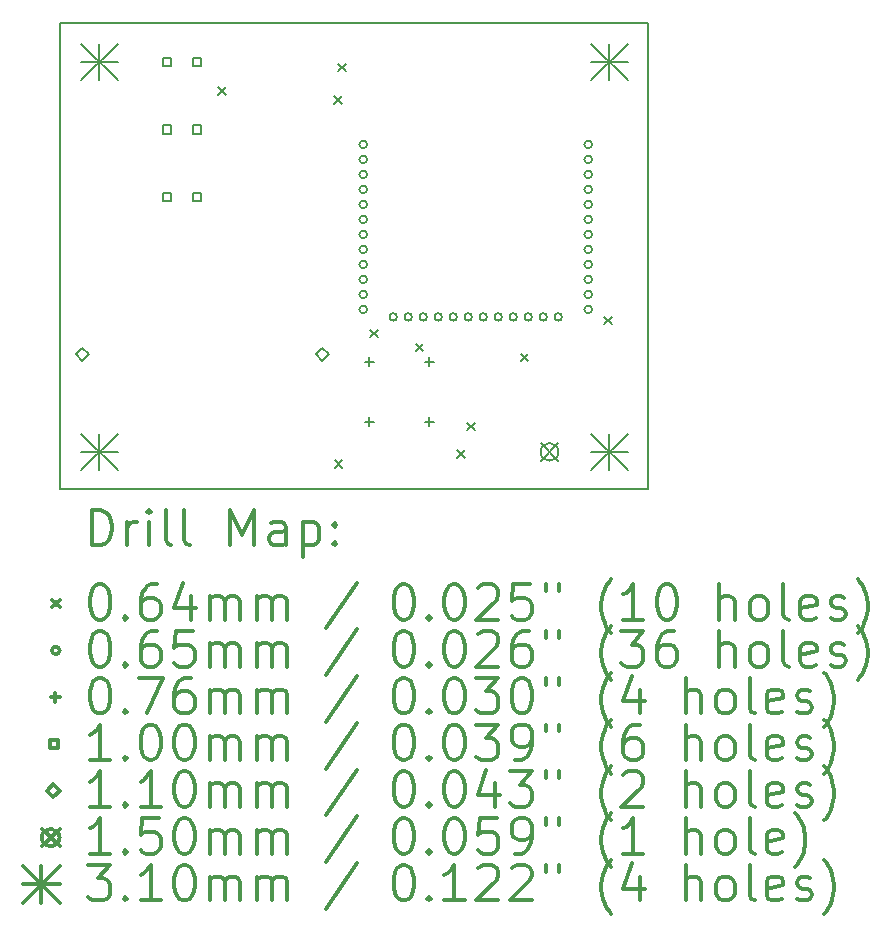
<source format=gbr>
%FSLAX45Y45*%
G04 Gerber Fmt 4.5, Leading zero omitted, Abs format (unit mm)*
G04 Created by KiCad (PCBNEW 4.0.3+e1-6302~38~ubuntu16.04.1-stable) date Tue Aug 30 13:58:22 2016*
%MOMM*%
%LPD*%
G01*
G04 APERTURE LIST*
%ADD10C,0.127000*%
%ADD11C,0.150000*%
%ADD12C,0.200000*%
%ADD13C,0.300000*%
G04 APERTURE END LIST*
D10*
D11*
X18110200Y-13271500D02*
X13131800Y-13271500D01*
X18110200Y-9321800D02*
X18110200Y-13271500D01*
X13131800Y-9321800D02*
X18110200Y-9321800D01*
X13131800Y-13271500D02*
X13131800Y-9321800D01*
D12*
X14465710Y-9865060D02*
X14529210Y-9928560D01*
X14529210Y-9865060D02*
X14465710Y-9928560D01*
X15447540Y-9943750D02*
X15511040Y-10007250D01*
X15511040Y-9943750D02*
X15447540Y-10007250D01*
X15452020Y-13023710D02*
X15515520Y-13087210D01*
X15515520Y-13023710D02*
X15452020Y-13087210D01*
X15482270Y-9667430D02*
X15545770Y-9730930D01*
X15545770Y-9667430D02*
X15482270Y-9730930D01*
X15755630Y-11920580D02*
X15819130Y-11984080D01*
X15819130Y-11920580D02*
X15755630Y-11984080D01*
X16139810Y-12037230D02*
X16203310Y-12100730D01*
X16203310Y-12037230D02*
X16139810Y-12100730D01*
X16490290Y-12937650D02*
X16553790Y-13001150D01*
X16553790Y-12937650D02*
X16490290Y-13001150D01*
X16576960Y-12708690D02*
X16640460Y-12772190D01*
X16640460Y-12708690D02*
X16576960Y-12772190D01*
X17030230Y-12124640D02*
X17093730Y-12188140D01*
X17093730Y-12124640D02*
X17030230Y-12188140D01*
X17735370Y-11811370D02*
X17798870Y-11874870D01*
X17798870Y-11811370D02*
X17735370Y-11874870D01*
X15727500Y-10350000D02*
G75*
G03X15727500Y-10350000I-32500J0D01*
G01*
X15727500Y-10477000D02*
G75*
G03X15727500Y-10477000I-32500J0D01*
G01*
X15727500Y-10604000D02*
G75*
G03X15727500Y-10604000I-32500J0D01*
G01*
X15727500Y-10731000D02*
G75*
G03X15727500Y-10731000I-32500J0D01*
G01*
X15727500Y-10858000D02*
G75*
G03X15727500Y-10858000I-32500J0D01*
G01*
X15727500Y-10985000D02*
G75*
G03X15727500Y-10985000I-32500J0D01*
G01*
X15727500Y-11112000D02*
G75*
G03X15727500Y-11112000I-32500J0D01*
G01*
X15727500Y-11239000D02*
G75*
G03X15727500Y-11239000I-32500J0D01*
G01*
X15727500Y-11366000D02*
G75*
G03X15727500Y-11366000I-32500J0D01*
G01*
X15727500Y-11493000D02*
G75*
G03X15727500Y-11493000I-32500J0D01*
G01*
X15727500Y-11620000D02*
G75*
G03X15727500Y-11620000I-32500J0D01*
G01*
X15727500Y-11747000D02*
G75*
G03X15727500Y-11747000I-32500J0D01*
G01*
X15981500Y-11810500D02*
G75*
G03X15981500Y-11810500I-32500J0D01*
G01*
X16108500Y-11810500D02*
G75*
G03X16108500Y-11810500I-32500J0D01*
G01*
X16235500Y-11810500D02*
G75*
G03X16235500Y-11810500I-32500J0D01*
G01*
X16362500Y-11810500D02*
G75*
G03X16362500Y-11810500I-32500J0D01*
G01*
X16489500Y-11810500D02*
G75*
G03X16489500Y-11810500I-32500J0D01*
G01*
X16616500Y-11810500D02*
G75*
G03X16616500Y-11810500I-32500J0D01*
G01*
X16743500Y-11810500D02*
G75*
G03X16743500Y-11810500I-32500J0D01*
G01*
X16870500Y-11810500D02*
G75*
G03X16870500Y-11810500I-32500J0D01*
G01*
X16997500Y-11810500D02*
G75*
G03X16997500Y-11810500I-32500J0D01*
G01*
X17124500Y-11810500D02*
G75*
G03X17124500Y-11810500I-32500J0D01*
G01*
X17251500Y-11810500D02*
G75*
G03X17251500Y-11810500I-32500J0D01*
G01*
X17378500Y-11810500D02*
G75*
G03X17378500Y-11810500I-32500J0D01*
G01*
X17632500Y-10350000D02*
G75*
G03X17632500Y-10350000I-32500J0D01*
G01*
X17632500Y-10477000D02*
G75*
G03X17632500Y-10477000I-32500J0D01*
G01*
X17632500Y-10604000D02*
G75*
G03X17632500Y-10604000I-32500J0D01*
G01*
X17632500Y-10731000D02*
G75*
G03X17632500Y-10731000I-32500J0D01*
G01*
X17632500Y-10858000D02*
G75*
G03X17632500Y-10858000I-32500J0D01*
G01*
X17632500Y-10985000D02*
G75*
G03X17632500Y-10985000I-32500J0D01*
G01*
X17632500Y-11112000D02*
G75*
G03X17632500Y-11112000I-32500J0D01*
G01*
X17632500Y-11239000D02*
G75*
G03X17632500Y-11239000I-32500J0D01*
G01*
X17632500Y-11366000D02*
G75*
G03X17632500Y-11366000I-32500J0D01*
G01*
X17632500Y-11493000D02*
G75*
G03X17632500Y-11493000I-32500J0D01*
G01*
X17632500Y-11620000D02*
G75*
G03X17632500Y-11620000I-32500J0D01*
G01*
X17632500Y-11747000D02*
G75*
G03X17632500Y-11747000I-32500J0D01*
G01*
X15748000Y-12153900D02*
X15748000Y-12230100D01*
X15709900Y-12192000D02*
X15786100Y-12192000D01*
X15748000Y-12661900D02*
X15748000Y-12738100D01*
X15709900Y-12700000D02*
X15786100Y-12700000D01*
X16256000Y-12153900D02*
X16256000Y-12230100D01*
X16217900Y-12192000D02*
X16294100Y-12192000D01*
X16256000Y-12661900D02*
X16256000Y-12738100D01*
X16217900Y-12700000D02*
X16294100Y-12700000D01*
X14068882Y-9687383D02*
X14068882Y-9616618D01*
X13998117Y-9616618D01*
X13998117Y-9687383D01*
X14068882Y-9687383D01*
X14068882Y-10258883D02*
X14068882Y-10188118D01*
X13998117Y-10188118D01*
X13998117Y-10258883D01*
X14068882Y-10258883D01*
X14068882Y-10830383D02*
X14068882Y-10759618D01*
X13998117Y-10759618D01*
X13998117Y-10830383D01*
X14068882Y-10830383D01*
X14322882Y-9687383D02*
X14322882Y-9616618D01*
X14252117Y-9616618D01*
X14252117Y-9687383D01*
X14322882Y-9687383D01*
X14322882Y-10258883D02*
X14322882Y-10188118D01*
X14252117Y-10188118D01*
X14252117Y-10258883D01*
X14322882Y-10258883D01*
X14322882Y-10830383D02*
X14322882Y-10759618D01*
X14252117Y-10759618D01*
X14252117Y-10830383D01*
X14322882Y-10830383D01*
X13318000Y-12180000D02*
X13373000Y-12125000D01*
X13318000Y-12070000D01*
X13263000Y-12125000D01*
X13318000Y-12180000D01*
X15350000Y-12180000D02*
X15405000Y-12125000D01*
X15350000Y-12070000D01*
X15295000Y-12125000D01*
X15350000Y-12180000D01*
X17197000Y-12879000D02*
X17347000Y-13029000D01*
X17347000Y-12879000D02*
X17197000Y-13029000D01*
X17347000Y-12954000D02*
G75*
G03X17347000Y-12954000I-75000J0D01*
G01*
X13307000Y-9497000D02*
X13617000Y-9807000D01*
X13617000Y-9497000D02*
X13307000Y-9807000D01*
X13462000Y-9497000D02*
X13462000Y-9807000D01*
X13307000Y-9652000D02*
X13617000Y-9652000D01*
X13307000Y-12799000D02*
X13617000Y-13109000D01*
X13617000Y-12799000D02*
X13307000Y-13109000D01*
X13462000Y-12799000D02*
X13462000Y-13109000D01*
X13307000Y-12954000D02*
X13617000Y-12954000D01*
X17625000Y-9497000D02*
X17935000Y-9807000D01*
X17935000Y-9497000D02*
X17625000Y-9807000D01*
X17780000Y-9497000D02*
X17780000Y-9807000D01*
X17625000Y-9652000D02*
X17935000Y-9652000D01*
X17625000Y-12799000D02*
X17935000Y-13109000D01*
X17935000Y-12799000D02*
X17625000Y-13109000D01*
X17780000Y-12799000D02*
X17780000Y-13109000D01*
X17625000Y-12954000D02*
X17935000Y-12954000D01*
D13*
X13395728Y-13744714D02*
X13395728Y-13444714D01*
X13467157Y-13444714D01*
X13510014Y-13459000D01*
X13538586Y-13487571D01*
X13552871Y-13516143D01*
X13567157Y-13573286D01*
X13567157Y-13616143D01*
X13552871Y-13673286D01*
X13538586Y-13701857D01*
X13510014Y-13730429D01*
X13467157Y-13744714D01*
X13395728Y-13744714D01*
X13695728Y-13744714D02*
X13695728Y-13544714D01*
X13695728Y-13601857D02*
X13710014Y-13573286D01*
X13724300Y-13559000D01*
X13752871Y-13544714D01*
X13781443Y-13544714D01*
X13881443Y-13744714D02*
X13881443Y-13544714D01*
X13881443Y-13444714D02*
X13867157Y-13459000D01*
X13881443Y-13473286D01*
X13895728Y-13459000D01*
X13881443Y-13444714D01*
X13881443Y-13473286D01*
X14067157Y-13744714D02*
X14038586Y-13730429D01*
X14024300Y-13701857D01*
X14024300Y-13444714D01*
X14224300Y-13744714D02*
X14195728Y-13730429D01*
X14181443Y-13701857D01*
X14181443Y-13444714D01*
X14567157Y-13744714D02*
X14567157Y-13444714D01*
X14667157Y-13659000D01*
X14767157Y-13444714D01*
X14767157Y-13744714D01*
X15038586Y-13744714D02*
X15038586Y-13587571D01*
X15024300Y-13559000D01*
X14995728Y-13544714D01*
X14938586Y-13544714D01*
X14910014Y-13559000D01*
X15038586Y-13730429D02*
X15010014Y-13744714D01*
X14938586Y-13744714D01*
X14910014Y-13730429D01*
X14895728Y-13701857D01*
X14895728Y-13673286D01*
X14910014Y-13644714D01*
X14938586Y-13630429D01*
X15010014Y-13630429D01*
X15038586Y-13616143D01*
X15181443Y-13544714D02*
X15181443Y-13844714D01*
X15181443Y-13559000D02*
X15210014Y-13544714D01*
X15267157Y-13544714D01*
X15295728Y-13559000D01*
X15310014Y-13573286D01*
X15324300Y-13601857D01*
X15324300Y-13687571D01*
X15310014Y-13716143D01*
X15295728Y-13730429D01*
X15267157Y-13744714D01*
X15210014Y-13744714D01*
X15181443Y-13730429D01*
X15452871Y-13716143D02*
X15467157Y-13730429D01*
X15452871Y-13744714D01*
X15438586Y-13730429D01*
X15452871Y-13716143D01*
X15452871Y-13744714D01*
X15452871Y-13559000D02*
X15467157Y-13573286D01*
X15452871Y-13587571D01*
X15438586Y-13573286D01*
X15452871Y-13559000D01*
X15452871Y-13587571D01*
X13060800Y-14207250D02*
X13124300Y-14270750D01*
X13124300Y-14207250D02*
X13060800Y-14270750D01*
X13452871Y-14074714D02*
X13481443Y-14074714D01*
X13510014Y-14089000D01*
X13524300Y-14103286D01*
X13538586Y-14131857D01*
X13552871Y-14189000D01*
X13552871Y-14260429D01*
X13538586Y-14317571D01*
X13524300Y-14346143D01*
X13510014Y-14360429D01*
X13481443Y-14374714D01*
X13452871Y-14374714D01*
X13424300Y-14360429D01*
X13410014Y-14346143D01*
X13395728Y-14317571D01*
X13381443Y-14260429D01*
X13381443Y-14189000D01*
X13395728Y-14131857D01*
X13410014Y-14103286D01*
X13424300Y-14089000D01*
X13452871Y-14074714D01*
X13681443Y-14346143D02*
X13695728Y-14360429D01*
X13681443Y-14374714D01*
X13667157Y-14360429D01*
X13681443Y-14346143D01*
X13681443Y-14374714D01*
X13952871Y-14074714D02*
X13895728Y-14074714D01*
X13867157Y-14089000D01*
X13852871Y-14103286D01*
X13824300Y-14146143D01*
X13810014Y-14203286D01*
X13810014Y-14317571D01*
X13824300Y-14346143D01*
X13838586Y-14360429D01*
X13867157Y-14374714D01*
X13924300Y-14374714D01*
X13952871Y-14360429D01*
X13967157Y-14346143D01*
X13981443Y-14317571D01*
X13981443Y-14246143D01*
X13967157Y-14217571D01*
X13952871Y-14203286D01*
X13924300Y-14189000D01*
X13867157Y-14189000D01*
X13838586Y-14203286D01*
X13824300Y-14217571D01*
X13810014Y-14246143D01*
X14238586Y-14174714D02*
X14238586Y-14374714D01*
X14167157Y-14060429D02*
X14095728Y-14274714D01*
X14281443Y-14274714D01*
X14395728Y-14374714D02*
X14395728Y-14174714D01*
X14395728Y-14203286D02*
X14410014Y-14189000D01*
X14438586Y-14174714D01*
X14481443Y-14174714D01*
X14510014Y-14189000D01*
X14524300Y-14217571D01*
X14524300Y-14374714D01*
X14524300Y-14217571D02*
X14538586Y-14189000D01*
X14567157Y-14174714D01*
X14610014Y-14174714D01*
X14638586Y-14189000D01*
X14652871Y-14217571D01*
X14652871Y-14374714D01*
X14795728Y-14374714D02*
X14795728Y-14174714D01*
X14795728Y-14203286D02*
X14810014Y-14189000D01*
X14838586Y-14174714D01*
X14881443Y-14174714D01*
X14910014Y-14189000D01*
X14924300Y-14217571D01*
X14924300Y-14374714D01*
X14924300Y-14217571D02*
X14938586Y-14189000D01*
X14967157Y-14174714D01*
X15010014Y-14174714D01*
X15038586Y-14189000D01*
X15052871Y-14217571D01*
X15052871Y-14374714D01*
X15638586Y-14060429D02*
X15381443Y-14446143D01*
X16024300Y-14074714D02*
X16052871Y-14074714D01*
X16081443Y-14089000D01*
X16095728Y-14103286D01*
X16110014Y-14131857D01*
X16124300Y-14189000D01*
X16124300Y-14260429D01*
X16110014Y-14317571D01*
X16095728Y-14346143D01*
X16081443Y-14360429D01*
X16052871Y-14374714D01*
X16024300Y-14374714D01*
X15995728Y-14360429D01*
X15981443Y-14346143D01*
X15967157Y-14317571D01*
X15952871Y-14260429D01*
X15952871Y-14189000D01*
X15967157Y-14131857D01*
X15981443Y-14103286D01*
X15995728Y-14089000D01*
X16024300Y-14074714D01*
X16252871Y-14346143D02*
X16267157Y-14360429D01*
X16252871Y-14374714D01*
X16238586Y-14360429D01*
X16252871Y-14346143D01*
X16252871Y-14374714D01*
X16452871Y-14074714D02*
X16481443Y-14074714D01*
X16510014Y-14089000D01*
X16524300Y-14103286D01*
X16538585Y-14131857D01*
X16552871Y-14189000D01*
X16552871Y-14260429D01*
X16538585Y-14317571D01*
X16524300Y-14346143D01*
X16510014Y-14360429D01*
X16481443Y-14374714D01*
X16452871Y-14374714D01*
X16424300Y-14360429D01*
X16410014Y-14346143D01*
X16395728Y-14317571D01*
X16381443Y-14260429D01*
X16381443Y-14189000D01*
X16395728Y-14131857D01*
X16410014Y-14103286D01*
X16424300Y-14089000D01*
X16452871Y-14074714D01*
X16667157Y-14103286D02*
X16681443Y-14089000D01*
X16710014Y-14074714D01*
X16781443Y-14074714D01*
X16810014Y-14089000D01*
X16824300Y-14103286D01*
X16838586Y-14131857D01*
X16838586Y-14160429D01*
X16824300Y-14203286D01*
X16652871Y-14374714D01*
X16838586Y-14374714D01*
X17110014Y-14074714D02*
X16967157Y-14074714D01*
X16952871Y-14217571D01*
X16967157Y-14203286D01*
X16995728Y-14189000D01*
X17067157Y-14189000D01*
X17095728Y-14203286D01*
X17110014Y-14217571D01*
X17124300Y-14246143D01*
X17124300Y-14317571D01*
X17110014Y-14346143D01*
X17095728Y-14360429D01*
X17067157Y-14374714D01*
X16995728Y-14374714D01*
X16967157Y-14360429D01*
X16952871Y-14346143D01*
X17238586Y-14074714D02*
X17238586Y-14131857D01*
X17352871Y-14074714D02*
X17352871Y-14131857D01*
X17795728Y-14489000D02*
X17781443Y-14474714D01*
X17752871Y-14431857D01*
X17738586Y-14403286D01*
X17724300Y-14360429D01*
X17710014Y-14289000D01*
X17710014Y-14231857D01*
X17724300Y-14160429D01*
X17738586Y-14117571D01*
X17752871Y-14089000D01*
X17781443Y-14046143D01*
X17795728Y-14031857D01*
X18067157Y-14374714D02*
X17895728Y-14374714D01*
X17981443Y-14374714D02*
X17981443Y-14074714D01*
X17952871Y-14117571D01*
X17924300Y-14146143D01*
X17895728Y-14160429D01*
X18252871Y-14074714D02*
X18281443Y-14074714D01*
X18310014Y-14089000D01*
X18324300Y-14103286D01*
X18338586Y-14131857D01*
X18352871Y-14189000D01*
X18352871Y-14260429D01*
X18338586Y-14317571D01*
X18324300Y-14346143D01*
X18310014Y-14360429D01*
X18281443Y-14374714D01*
X18252871Y-14374714D01*
X18224300Y-14360429D01*
X18210014Y-14346143D01*
X18195728Y-14317571D01*
X18181443Y-14260429D01*
X18181443Y-14189000D01*
X18195728Y-14131857D01*
X18210014Y-14103286D01*
X18224300Y-14089000D01*
X18252871Y-14074714D01*
X18710014Y-14374714D02*
X18710014Y-14074714D01*
X18838586Y-14374714D02*
X18838586Y-14217571D01*
X18824300Y-14189000D01*
X18795728Y-14174714D01*
X18752871Y-14174714D01*
X18724300Y-14189000D01*
X18710014Y-14203286D01*
X19024300Y-14374714D02*
X18995728Y-14360429D01*
X18981443Y-14346143D01*
X18967157Y-14317571D01*
X18967157Y-14231857D01*
X18981443Y-14203286D01*
X18995728Y-14189000D01*
X19024300Y-14174714D01*
X19067157Y-14174714D01*
X19095728Y-14189000D01*
X19110014Y-14203286D01*
X19124300Y-14231857D01*
X19124300Y-14317571D01*
X19110014Y-14346143D01*
X19095728Y-14360429D01*
X19067157Y-14374714D01*
X19024300Y-14374714D01*
X19295728Y-14374714D02*
X19267157Y-14360429D01*
X19252871Y-14331857D01*
X19252871Y-14074714D01*
X19524300Y-14360429D02*
X19495729Y-14374714D01*
X19438586Y-14374714D01*
X19410014Y-14360429D01*
X19395729Y-14331857D01*
X19395729Y-14217571D01*
X19410014Y-14189000D01*
X19438586Y-14174714D01*
X19495729Y-14174714D01*
X19524300Y-14189000D01*
X19538586Y-14217571D01*
X19538586Y-14246143D01*
X19395729Y-14274714D01*
X19652871Y-14360429D02*
X19681443Y-14374714D01*
X19738586Y-14374714D01*
X19767157Y-14360429D01*
X19781443Y-14331857D01*
X19781443Y-14317571D01*
X19767157Y-14289000D01*
X19738586Y-14274714D01*
X19695729Y-14274714D01*
X19667157Y-14260429D01*
X19652871Y-14231857D01*
X19652871Y-14217571D01*
X19667157Y-14189000D01*
X19695729Y-14174714D01*
X19738586Y-14174714D01*
X19767157Y-14189000D01*
X19881443Y-14489000D02*
X19895729Y-14474714D01*
X19924300Y-14431857D01*
X19938586Y-14403286D01*
X19952871Y-14360429D01*
X19967157Y-14289000D01*
X19967157Y-14231857D01*
X19952871Y-14160429D01*
X19938586Y-14117571D01*
X19924300Y-14089000D01*
X19895729Y-14046143D01*
X19881443Y-14031857D01*
X13124300Y-14635000D02*
G75*
G03X13124300Y-14635000I-32500J0D01*
G01*
X13452871Y-14470714D02*
X13481443Y-14470714D01*
X13510014Y-14485000D01*
X13524300Y-14499286D01*
X13538586Y-14527857D01*
X13552871Y-14585000D01*
X13552871Y-14656429D01*
X13538586Y-14713571D01*
X13524300Y-14742143D01*
X13510014Y-14756429D01*
X13481443Y-14770714D01*
X13452871Y-14770714D01*
X13424300Y-14756429D01*
X13410014Y-14742143D01*
X13395728Y-14713571D01*
X13381443Y-14656429D01*
X13381443Y-14585000D01*
X13395728Y-14527857D01*
X13410014Y-14499286D01*
X13424300Y-14485000D01*
X13452871Y-14470714D01*
X13681443Y-14742143D02*
X13695728Y-14756429D01*
X13681443Y-14770714D01*
X13667157Y-14756429D01*
X13681443Y-14742143D01*
X13681443Y-14770714D01*
X13952871Y-14470714D02*
X13895728Y-14470714D01*
X13867157Y-14485000D01*
X13852871Y-14499286D01*
X13824300Y-14542143D01*
X13810014Y-14599286D01*
X13810014Y-14713571D01*
X13824300Y-14742143D01*
X13838586Y-14756429D01*
X13867157Y-14770714D01*
X13924300Y-14770714D01*
X13952871Y-14756429D01*
X13967157Y-14742143D01*
X13981443Y-14713571D01*
X13981443Y-14642143D01*
X13967157Y-14613571D01*
X13952871Y-14599286D01*
X13924300Y-14585000D01*
X13867157Y-14585000D01*
X13838586Y-14599286D01*
X13824300Y-14613571D01*
X13810014Y-14642143D01*
X14252871Y-14470714D02*
X14110014Y-14470714D01*
X14095728Y-14613571D01*
X14110014Y-14599286D01*
X14138586Y-14585000D01*
X14210014Y-14585000D01*
X14238586Y-14599286D01*
X14252871Y-14613571D01*
X14267157Y-14642143D01*
X14267157Y-14713571D01*
X14252871Y-14742143D01*
X14238586Y-14756429D01*
X14210014Y-14770714D01*
X14138586Y-14770714D01*
X14110014Y-14756429D01*
X14095728Y-14742143D01*
X14395728Y-14770714D02*
X14395728Y-14570714D01*
X14395728Y-14599286D02*
X14410014Y-14585000D01*
X14438586Y-14570714D01*
X14481443Y-14570714D01*
X14510014Y-14585000D01*
X14524300Y-14613571D01*
X14524300Y-14770714D01*
X14524300Y-14613571D02*
X14538586Y-14585000D01*
X14567157Y-14570714D01*
X14610014Y-14570714D01*
X14638586Y-14585000D01*
X14652871Y-14613571D01*
X14652871Y-14770714D01*
X14795728Y-14770714D02*
X14795728Y-14570714D01*
X14795728Y-14599286D02*
X14810014Y-14585000D01*
X14838586Y-14570714D01*
X14881443Y-14570714D01*
X14910014Y-14585000D01*
X14924300Y-14613571D01*
X14924300Y-14770714D01*
X14924300Y-14613571D02*
X14938586Y-14585000D01*
X14967157Y-14570714D01*
X15010014Y-14570714D01*
X15038586Y-14585000D01*
X15052871Y-14613571D01*
X15052871Y-14770714D01*
X15638586Y-14456429D02*
X15381443Y-14842143D01*
X16024300Y-14470714D02*
X16052871Y-14470714D01*
X16081443Y-14485000D01*
X16095728Y-14499286D01*
X16110014Y-14527857D01*
X16124300Y-14585000D01*
X16124300Y-14656429D01*
X16110014Y-14713571D01*
X16095728Y-14742143D01*
X16081443Y-14756429D01*
X16052871Y-14770714D01*
X16024300Y-14770714D01*
X15995728Y-14756429D01*
X15981443Y-14742143D01*
X15967157Y-14713571D01*
X15952871Y-14656429D01*
X15952871Y-14585000D01*
X15967157Y-14527857D01*
X15981443Y-14499286D01*
X15995728Y-14485000D01*
X16024300Y-14470714D01*
X16252871Y-14742143D02*
X16267157Y-14756429D01*
X16252871Y-14770714D01*
X16238586Y-14756429D01*
X16252871Y-14742143D01*
X16252871Y-14770714D01*
X16452871Y-14470714D02*
X16481443Y-14470714D01*
X16510014Y-14485000D01*
X16524300Y-14499286D01*
X16538585Y-14527857D01*
X16552871Y-14585000D01*
X16552871Y-14656429D01*
X16538585Y-14713571D01*
X16524300Y-14742143D01*
X16510014Y-14756429D01*
X16481443Y-14770714D01*
X16452871Y-14770714D01*
X16424300Y-14756429D01*
X16410014Y-14742143D01*
X16395728Y-14713571D01*
X16381443Y-14656429D01*
X16381443Y-14585000D01*
X16395728Y-14527857D01*
X16410014Y-14499286D01*
X16424300Y-14485000D01*
X16452871Y-14470714D01*
X16667157Y-14499286D02*
X16681443Y-14485000D01*
X16710014Y-14470714D01*
X16781443Y-14470714D01*
X16810014Y-14485000D01*
X16824300Y-14499286D01*
X16838586Y-14527857D01*
X16838586Y-14556429D01*
X16824300Y-14599286D01*
X16652871Y-14770714D01*
X16838586Y-14770714D01*
X17095728Y-14470714D02*
X17038586Y-14470714D01*
X17010014Y-14485000D01*
X16995728Y-14499286D01*
X16967157Y-14542143D01*
X16952871Y-14599286D01*
X16952871Y-14713571D01*
X16967157Y-14742143D01*
X16981443Y-14756429D01*
X17010014Y-14770714D01*
X17067157Y-14770714D01*
X17095728Y-14756429D01*
X17110014Y-14742143D01*
X17124300Y-14713571D01*
X17124300Y-14642143D01*
X17110014Y-14613571D01*
X17095728Y-14599286D01*
X17067157Y-14585000D01*
X17010014Y-14585000D01*
X16981443Y-14599286D01*
X16967157Y-14613571D01*
X16952871Y-14642143D01*
X17238586Y-14470714D02*
X17238586Y-14527857D01*
X17352871Y-14470714D02*
X17352871Y-14527857D01*
X17795728Y-14885000D02*
X17781443Y-14870714D01*
X17752871Y-14827857D01*
X17738586Y-14799286D01*
X17724300Y-14756429D01*
X17710014Y-14685000D01*
X17710014Y-14627857D01*
X17724300Y-14556429D01*
X17738586Y-14513571D01*
X17752871Y-14485000D01*
X17781443Y-14442143D01*
X17795728Y-14427857D01*
X17881443Y-14470714D02*
X18067157Y-14470714D01*
X17967157Y-14585000D01*
X18010014Y-14585000D01*
X18038586Y-14599286D01*
X18052871Y-14613571D01*
X18067157Y-14642143D01*
X18067157Y-14713571D01*
X18052871Y-14742143D01*
X18038586Y-14756429D01*
X18010014Y-14770714D01*
X17924300Y-14770714D01*
X17895728Y-14756429D01*
X17881443Y-14742143D01*
X18324300Y-14470714D02*
X18267157Y-14470714D01*
X18238586Y-14485000D01*
X18224300Y-14499286D01*
X18195728Y-14542143D01*
X18181443Y-14599286D01*
X18181443Y-14713571D01*
X18195728Y-14742143D01*
X18210014Y-14756429D01*
X18238586Y-14770714D01*
X18295728Y-14770714D01*
X18324300Y-14756429D01*
X18338586Y-14742143D01*
X18352871Y-14713571D01*
X18352871Y-14642143D01*
X18338586Y-14613571D01*
X18324300Y-14599286D01*
X18295728Y-14585000D01*
X18238586Y-14585000D01*
X18210014Y-14599286D01*
X18195728Y-14613571D01*
X18181443Y-14642143D01*
X18710014Y-14770714D02*
X18710014Y-14470714D01*
X18838586Y-14770714D02*
X18838586Y-14613571D01*
X18824300Y-14585000D01*
X18795728Y-14570714D01*
X18752871Y-14570714D01*
X18724300Y-14585000D01*
X18710014Y-14599286D01*
X19024300Y-14770714D02*
X18995728Y-14756429D01*
X18981443Y-14742143D01*
X18967157Y-14713571D01*
X18967157Y-14627857D01*
X18981443Y-14599286D01*
X18995728Y-14585000D01*
X19024300Y-14570714D01*
X19067157Y-14570714D01*
X19095728Y-14585000D01*
X19110014Y-14599286D01*
X19124300Y-14627857D01*
X19124300Y-14713571D01*
X19110014Y-14742143D01*
X19095728Y-14756429D01*
X19067157Y-14770714D01*
X19024300Y-14770714D01*
X19295728Y-14770714D02*
X19267157Y-14756429D01*
X19252871Y-14727857D01*
X19252871Y-14470714D01*
X19524300Y-14756429D02*
X19495729Y-14770714D01*
X19438586Y-14770714D01*
X19410014Y-14756429D01*
X19395729Y-14727857D01*
X19395729Y-14613571D01*
X19410014Y-14585000D01*
X19438586Y-14570714D01*
X19495729Y-14570714D01*
X19524300Y-14585000D01*
X19538586Y-14613571D01*
X19538586Y-14642143D01*
X19395729Y-14670714D01*
X19652871Y-14756429D02*
X19681443Y-14770714D01*
X19738586Y-14770714D01*
X19767157Y-14756429D01*
X19781443Y-14727857D01*
X19781443Y-14713571D01*
X19767157Y-14685000D01*
X19738586Y-14670714D01*
X19695729Y-14670714D01*
X19667157Y-14656429D01*
X19652871Y-14627857D01*
X19652871Y-14613571D01*
X19667157Y-14585000D01*
X19695729Y-14570714D01*
X19738586Y-14570714D01*
X19767157Y-14585000D01*
X19881443Y-14885000D02*
X19895729Y-14870714D01*
X19924300Y-14827857D01*
X19938586Y-14799286D01*
X19952871Y-14756429D01*
X19967157Y-14685000D01*
X19967157Y-14627857D01*
X19952871Y-14556429D01*
X19938586Y-14513571D01*
X19924300Y-14485000D01*
X19895729Y-14442143D01*
X19881443Y-14427857D01*
X13086200Y-14992900D02*
X13086200Y-15069100D01*
X13048100Y-15031000D02*
X13124300Y-15031000D01*
X13452871Y-14866714D02*
X13481443Y-14866714D01*
X13510014Y-14881000D01*
X13524300Y-14895286D01*
X13538586Y-14923857D01*
X13552871Y-14981000D01*
X13552871Y-15052429D01*
X13538586Y-15109571D01*
X13524300Y-15138143D01*
X13510014Y-15152429D01*
X13481443Y-15166714D01*
X13452871Y-15166714D01*
X13424300Y-15152429D01*
X13410014Y-15138143D01*
X13395728Y-15109571D01*
X13381443Y-15052429D01*
X13381443Y-14981000D01*
X13395728Y-14923857D01*
X13410014Y-14895286D01*
X13424300Y-14881000D01*
X13452871Y-14866714D01*
X13681443Y-15138143D02*
X13695728Y-15152429D01*
X13681443Y-15166714D01*
X13667157Y-15152429D01*
X13681443Y-15138143D01*
X13681443Y-15166714D01*
X13795728Y-14866714D02*
X13995728Y-14866714D01*
X13867157Y-15166714D01*
X14238586Y-14866714D02*
X14181443Y-14866714D01*
X14152871Y-14881000D01*
X14138586Y-14895286D01*
X14110014Y-14938143D01*
X14095728Y-14995286D01*
X14095728Y-15109571D01*
X14110014Y-15138143D01*
X14124300Y-15152429D01*
X14152871Y-15166714D01*
X14210014Y-15166714D01*
X14238586Y-15152429D01*
X14252871Y-15138143D01*
X14267157Y-15109571D01*
X14267157Y-15038143D01*
X14252871Y-15009571D01*
X14238586Y-14995286D01*
X14210014Y-14981000D01*
X14152871Y-14981000D01*
X14124300Y-14995286D01*
X14110014Y-15009571D01*
X14095728Y-15038143D01*
X14395728Y-15166714D02*
X14395728Y-14966714D01*
X14395728Y-14995286D02*
X14410014Y-14981000D01*
X14438586Y-14966714D01*
X14481443Y-14966714D01*
X14510014Y-14981000D01*
X14524300Y-15009571D01*
X14524300Y-15166714D01*
X14524300Y-15009571D02*
X14538586Y-14981000D01*
X14567157Y-14966714D01*
X14610014Y-14966714D01*
X14638586Y-14981000D01*
X14652871Y-15009571D01*
X14652871Y-15166714D01*
X14795728Y-15166714D02*
X14795728Y-14966714D01*
X14795728Y-14995286D02*
X14810014Y-14981000D01*
X14838586Y-14966714D01*
X14881443Y-14966714D01*
X14910014Y-14981000D01*
X14924300Y-15009571D01*
X14924300Y-15166714D01*
X14924300Y-15009571D02*
X14938586Y-14981000D01*
X14967157Y-14966714D01*
X15010014Y-14966714D01*
X15038586Y-14981000D01*
X15052871Y-15009571D01*
X15052871Y-15166714D01*
X15638586Y-14852429D02*
X15381443Y-15238143D01*
X16024300Y-14866714D02*
X16052871Y-14866714D01*
X16081443Y-14881000D01*
X16095728Y-14895286D01*
X16110014Y-14923857D01*
X16124300Y-14981000D01*
X16124300Y-15052429D01*
X16110014Y-15109571D01*
X16095728Y-15138143D01*
X16081443Y-15152429D01*
X16052871Y-15166714D01*
X16024300Y-15166714D01*
X15995728Y-15152429D01*
X15981443Y-15138143D01*
X15967157Y-15109571D01*
X15952871Y-15052429D01*
X15952871Y-14981000D01*
X15967157Y-14923857D01*
X15981443Y-14895286D01*
X15995728Y-14881000D01*
X16024300Y-14866714D01*
X16252871Y-15138143D02*
X16267157Y-15152429D01*
X16252871Y-15166714D01*
X16238586Y-15152429D01*
X16252871Y-15138143D01*
X16252871Y-15166714D01*
X16452871Y-14866714D02*
X16481443Y-14866714D01*
X16510014Y-14881000D01*
X16524300Y-14895286D01*
X16538585Y-14923857D01*
X16552871Y-14981000D01*
X16552871Y-15052429D01*
X16538585Y-15109571D01*
X16524300Y-15138143D01*
X16510014Y-15152429D01*
X16481443Y-15166714D01*
X16452871Y-15166714D01*
X16424300Y-15152429D01*
X16410014Y-15138143D01*
X16395728Y-15109571D01*
X16381443Y-15052429D01*
X16381443Y-14981000D01*
X16395728Y-14923857D01*
X16410014Y-14895286D01*
X16424300Y-14881000D01*
X16452871Y-14866714D01*
X16652871Y-14866714D02*
X16838586Y-14866714D01*
X16738585Y-14981000D01*
X16781443Y-14981000D01*
X16810014Y-14995286D01*
X16824300Y-15009571D01*
X16838586Y-15038143D01*
X16838586Y-15109571D01*
X16824300Y-15138143D01*
X16810014Y-15152429D01*
X16781443Y-15166714D01*
X16695728Y-15166714D01*
X16667157Y-15152429D01*
X16652871Y-15138143D01*
X17024300Y-14866714D02*
X17052871Y-14866714D01*
X17081443Y-14881000D01*
X17095728Y-14895286D01*
X17110014Y-14923857D01*
X17124300Y-14981000D01*
X17124300Y-15052429D01*
X17110014Y-15109571D01*
X17095728Y-15138143D01*
X17081443Y-15152429D01*
X17052871Y-15166714D01*
X17024300Y-15166714D01*
X16995728Y-15152429D01*
X16981443Y-15138143D01*
X16967157Y-15109571D01*
X16952871Y-15052429D01*
X16952871Y-14981000D01*
X16967157Y-14923857D01*
X16981443Y-14895286D01*
X16995728Y-14881000D01*
X17024300Y-14866714D01*
X17238586Y-14866714D02*
X17238586Y-14923857D01*
X17352871Y-14866714D02*
X17352871Y-14923857D01*
X17795728Y-15281000D02*
X17781443Y-15266714D01*
X17752871Y-15223857D01*
X17738586Y-15195286D01*
X17724300Y-15152429D01*
X17710014Y-15081000D01*
X17710014Y-15023857D01*
X17724300Y-14952429D01*
X17738586Y-14909571D01*
X17752871Y-14881000D01*
X17781443Y-14838143D01*
X17795728Y-14823857D01*
X18038586Y-14966714D02*
X18038586Y-15166714D01*
X17967157Y-14852429D02*
X17895728Y-15066714D01*
X18081443Y-15066714D01*
X18424300Y-15166714D02*
X18424300Y-14866714D01*
X18552871Y-15166714D02*
X18552871Y-15009571D01*
X18538586Y-14981000D01*
X18510014Y-14966714D01*
X18467157Y-14966714D01*
X18438586Y-14981000D01*
X18424300Y-14995286D01*
X18738586Y-15166714D02*
X18710014Y-15152429D01*
X18695728Y-15138143D01*
X18681443Y-15109571D01*
X18681443Y-15023857D01*
X18695728Y-14995286D01*
X18710014Y-14981000D01*
X18738586Y-14966714D01*
X18781443Y-14966714D01*
X18810014Y-14981000D01*
X18824300Y-14995286D01*
X18838586Y-15023857D01*
X18838586Y-15109571D01*
X18824300Y-15138143D01*
X18810014Y-15152429D01*
X18781443Y-15166714D01*
X18738586Y-15166714D01*
X19010014Y-15166714D02*
X18981443Y-15152429D01*
X18967157Y-15123857D01*
X18967157Y-14866714D01*
X19238586Y-15152429D02*
X19210014Y-15166714D01*
X19152871Y-15166714D01*
X19124300Y-15152429D01*
X19110014Y-15123857D01*
X19110014Y-15009571D01*
X19124300Y-14981000D01*
X19152871Y-14966714D01*
X19210014Y-14966714D01*
X19238586Y-14981000D01*
X19252871Y-15009571D01*
X19252871Y-15038143D01*
X19110014Y-15066714D01*
X19367157Y-15152429D02*
X19395729Y-15166714D01*
X19452871Y-15166714D01*
X19481443Y-15152429D01*
X19495729Y-15123857D01*
X19495729Y-15109571D01*
X19481443Y-15081000D01*
X19452871Y-15066714D01*
X19410014Y-15066714D01*
X19381443Y-15052429D01*
X19367157Y-15023857D01*
X19367157Y-15009571D01*
X19381443Y-14981000D01*
X19410014Y-14966714D01*
X19452871Y-14966714D01*
X19481443Y-14981000D01*
X19595728Y-15281000D02*
X19610014Y-15266714D01*
X19638586Y-15223857D01*
X19652871Y-15195286D01*
X19667157Y-15152429D01*
X19681443Y-15081000D01*
X19681443Y-15023857D01*
X19667157Y-14952429D01*
X19652871Y-14909571D01*
X19638586Y-14881000D01*
X19610014Y-14838143D01*
X19595728Y-14823857D01*
X13109644Y-15462383D02*
X13109644Y-15391618D01*
X13038879Y-15391618D01*
X13038879Y-15462383D01*
X13109644Y-15462383D01*
X13552871Y-15562714D02*
X13381443Y-15562714D01*
X13467157Y-15562714D02*
X13467157Y-15262714D01*
X13438586Y-15305571D01*
X13410014Y-15334143D01*
X13381443Y-15348429D01*
X13681443Y-15534143D02*
X13695728Y-15548429D01*
X13681443Y-15562714D01*
X13667157Y-15548429D01*
X13681443Y-15534143D01*
X13681443Y-15562714D01*
X13881443Y-15262714D02*
X13910014Y-15262714D01*
X13938586Y-15277000D01*
X13952871Y-15291286D01*
X13967157Y-15319857D01*
X13981443Y-15377000D01*
X13981443Y-15448429D01*
X13967157Y-15505571D01*
X13952871Y-15534143D01*
X13938586Y-15548429D01*
X13910014Y-15562714D01*
X13881443Y-15562714D01*
X13852871Y-15548429D01*
X13838586Y-15534143D01*
X13824300Y-15505571D01*
X13810014Y-15448429D01*
X13810014Y-15377000D01*
X13824300Y-15319857D01*
X13838586Y-15291286D01*
X13852871Y-15277000D01*
X13881443Y-15262714D01*
X14167157Y-15262714D02*
X14195728Y-15262714D01*
X14224300Y-15277000D01*
X14238586Y-15291286D01*
X14252871Y-15319857D01*
X14267157Y-15377000D01*
X14267157Y-15448429D01*
X14252871Y-15505571D01*
X14238586Y-15534143D01*
X14224300Y-15548429D01*
X14195728Y-15562714D01*
X14167157Y-15562714D01*
X14138586Y-15548429D01*
X14124300Y-15534143D01*
X14110014Y-15505571D01*
X14095728Y-15448429D01*
X14095728Y-15377000D01*
X14110014Y-15319857D01*
X14124300Y-15291286D01*
X14138586Y-15277000D01*
X14167157Y-15262714D01*
X14395728Y-15562714D02*
X14395728Y-15362714D01*
X14395728Y-15391286D02*
X14410014Y-15377000D01*
X14438586Y-15362714D01*
X14481443Y-15362714D01*
X14510014Y-15377000D01*
X14524300Y-15405571D01*
X14524300Y-15562714D01*
X14524300Y-15405571D02*
X14538586Y-15377000D01*
X14567157Y-15362714D01*
X14610014Y-15362714D01*
X14638586Y-15377000D01*
X14652871Y-15405571D01*
X14652871Y-15562714D01*
X14795728Y-15562714D02*
X14795728Y-15362714D01*
X14795728Y-15391286D02*
X14810014Y-15377000D01*
X14838586Y-15362714D01*
X14881443Y-15362714D01*
X14910014Y-15377000D01*
X14924300Y-15405571D01*
X14924300Y-15562714D01*
X14924300Y-15405571D02*
X14938586Y-15377000D01*
X14967157Y-15362714D01*
X15010014Y-15362714D01*
X15038586Y-15377000D01*
X15052871Y-15405571D01*
X15052871Y-15562714D01*
X15638586Y-15248429D02*
X15381443Y-15634143D01*
X16024300Y-15262714D02*
X16052871Y-15262714D01*
X16081443Y-15277000D01*
X16095728Y-15291286D01*
X16110014Y-15319857D01*
X16124300Y-15377000D01*
X16124300Y-15448429D01*
X16110014Y-15505571D01*
X16095728Y-15534143D01*
X16081443Y-15548429D01*
X16052871Y-15562714D01*
X16024300Y-15562714D01*
X15995728Y-15548429D01*
X15981443Y-15534143D01*
X15967157Y-15505571D01*
X15952871Y-15448429D01*
X15952871Y-15377000D01*
X15967157Y-15319857D01*
X15981443Y-15291286D01*
X15995728Y-15277000D01*
X16024300Y-15262714D01*
X16252871Y-15534143D02*
X16267157Y-15548429D01*
X16252871Y-15562714D01*
X16238586Y-15548429D01*
X16252871Y-15534143D01*
X16252871Y-15562714D01*
X16452871Y-15262714D02*
X16481443Y-15262714D01*
X16510014Y-15277000D01*
X16524300Y-15291286D01*
X16538585Y-15319857D01*
X16552871Y-15377000D01*
X16552871Y-15448429D01*
X16538585Y-15505571D01*
X16524300Y-15534143D01*
X16510014Y-15548429D01*
X16481443Y-15562714D01*
X16452871Y-15562714D01*
X16424300Y-15548429D01*
X16410014Y-15534143D01*
X16395728Y-15505571D01*
X16381443Y-15448429D01*
X16381443Y-15377000D01*
X16395728Y-15319857D01*
X16410014Y-15291286D01*
X16424300Y-15277000D01*
X16452871Y-15262714D01*
X16652871Y-15262714D02*
X16838586Y-15262714D01*
X16738585Y-15377000D01*
X16781443Y-15377000D01*
X16810014Y-15391286D01*
X16824300Y-15405571D01*
X16838586Y-15434143D01*
X16838586Y-15505571D01*
X16824300Y-15534143D01*
X16810014Y-15548429D01*
X16781443Y-15562714D01*
X16695728Y-15562714D01*
X16667157Y-15548429D01*
X16652871Y-15534143D01*
X16981443Y-15562714D02*
X17038586Y-15562714D01*
X17067157Y-15548429D01*
X17081443Y-15534143D01*
X17110014Y-15491286D01*
X17124300Y-15434143D01*
X17124300Y-15319857D01*
X17110014Y-15291286D01*
X17095728Y-15277000D01*
X17067157Y-15262714D01*
X17010014Y-15262714D01*
X16981443Y-15277000D01*
X16967157Y-15291286D01*
X16952871Y-15319857D01*
X16952871Y-15391286D01*
X16967157Y-15419857D01*
X16981443Y-15434143D01*
X17010014Y-15448429D01*
X17067157Y-15448429D01*
X17095728Y-15434143D01*
X17110014Y-15419857D01*
X17124300Y-15391286D01*
X17238586Y-15262714D02*
X17238586Y-15319857D01*
X17352871Y-15262714D02*
X17352871Y-15319857D01*
X17795728Y-15677000D02*
X17781443Y-15662714D01*
X17752871Y-15619857D01*
X17738586Y-15591286D01*
X17724300Y-15548429D01*
X17710014Y-15477000D01*
X17710014Y-15419857D01*
X17724300Y-15348429D01*
X17738586Y-15305571D01*
X17752871Y-15277000D01*
X17781443Y-15234143D01*
X17795728Y-15219857D01*
X18038586Y-15262714D02*
X17981443Y-15262714D01*
X17952871Y-15277000D01*
X17938586Y-15291286D01*
X17910014Y-15334143D01*
X17895728Y-15391286D01*
X17895728Y-15505571D01*
X17910014Y-15534143D01*
X17924300Y-15548429D01*
X17952871Y-15562714D01*
X18010014Y-15562714D01*
X18038586Y-15548429D01*
X18052871Y-15534143D01*
X18067157Y-15505571D01*
X18067157Y-15434143D01*
X18052871Y-15405571D01*
X18038586Y-15391286D01*
X18010014Y-15377000D01*
X17952871Y-15377000D01*
X17924300Y-15391286D01*
X17910014Y-15405571D01*
X17895728Y-15434143D01*
X18424300Y-15562714D02*
X18424300Y-15262714D01*
X18552871Y-15562714D02*
X18552871Y-15405571D01*
X18538586Y-15377000D01*
X18510014Y-15362714D01*
X18467157Y-15362714D01*
X18438586Y-15377000D01*
X18424300Y-15391286D01*
X18738586Y-15562714D02*
X18710014Y-15548429D01*
X18695728Y-15534143D01*
X18681443Y-15505571D01*
X18681443Y-15419857D01*
X18695728Y-15391286D01*
X18710014Y-15377000D01*
X18738586Y-15362714D01*
X18781443Y-15362714D01*
X18810014Y-15377000D01*
X18824300Y-15391286D01*
X18838586Y-15419857D01*
X18838586Y-15505571D01*
X18824300Y-15534143D01*
X18810014Y-15548429D01*
X18781443Y-15562714D01*
X18738586Y-15562714D01*
X19010014Y-15562714D02*
X18981443Y-15548429D01*
X18967157Y-15519857D01*
X18967157Y-15262714D01*
X19238586Y-15548429D02*
X19210014Y-15562714D01*
X19152871Y-15562714D01*
X19124300Y-15548429D01*
X19110014Y-15519857D01*
X19110014Y-15405571D01*
X19124300Y-15377000D01*
X19152871Y-15362714D01*
X19210014Y-15362714D01*
X19238586Y-15377000D01*
X19252871Y-15405571D01*
X19252871Y-15434143D01*
X19110014Y-15462714D01*
X19367157Y-15548429D02*
X19395729Y-15562714D01*
X19452871Y-15562714D01*
X19481443Y-15548429D01*
X19495729Y-15519857D01*
X19495729Y-15505571D01*
X19481443Y-15477000D01*
X19452871Y-15462714D01*
X19410014Y-15462714D01*
X19381443Y-15448429D01*
X19367157Y-15419857D01*
X19367157Y-15405571D01*
X19381443Y-15377000D01*
X19410014Y-15362714D01*
X19452871Y-15362714D01*
X19481443Y-15377000D01*
X19595728Y-15677000D02*
X19610014Y-15662714D01*
X19638586Y-15619857D01*
X19652871Y-15591286D01*
X19667157Y-15548429D01*
X19681443Y-15477000D01*
X19681443Y-15419857D01*
X19667157Y-15348429D01*
X19652871Y-15305571D01*
X19638586Y-15277000D01*
X19610014Y-15234143D01*
X19595728Y-15219857D01*
X13069300Y-15878000D02*
X13124300Y-15823000D01*
X13069300Y-15768000D01*
X13014300Y-15823000D01*
X13069300Y-15878000D01*
X13552871Y-15958714D02*
X13381443Y-15958714D01*
X13467157Y-15958714D02*
X13467157Y-15658714D01*
X13438586Y-15701571D01*
X13410014Y-15730143D01*
X13381443Y-15744429D01*
X13681443Y-15930143D02*
X13695728Y-15944429D01*
X13681443Y-15958714D01*
X13667157Y-15944429D01*
X13681443Y-15930143D01*
X13681443Y-15958714D01*
X13981443Y-15958714D02*
X13810014Y-15958714D01*
X13895728Y-15958714D02*
X13895728Y-15658714D01*
X13867157Y-15701571D01*
X13838586Y-15730143D01*
X13810014Y-15744429D01*
X14167157Y-15658714D02*
X14195728Y-15658714D01*
X14224300Y-15673000D01*
X14238586Y-15687286D01*
X14252871Y-15715857D01*
X14267157Y-15773000D01*
X14267157Y-15844429D01*
X14252871Y-15901571D01*
X14238586Y-15930143D01*
X14224300Y-15944429D01*
X14195728Y-15958714D01*
X14167157Y-15958714D01*
X14138586Y-15944429D01*
X14124300Y-15930143D01*
X14110014Y-15901571D01*
X14095728Y-15844429D01*
X14095728Y-15773000D01*
X14110014Y-15715857D01*
X14124300Y-15687286D01*
X14138586Y-15673000D01*
X14167157Y-15658714D01*
X14395728Y-15958714D02*
X14395728Y-15758714D01*
X14395728Y-15787286D02*
X14410014Y-15773000D01*
X14438586Y-15758714D01*
X14481443Y-15758714D01*
X14510014Y-15773000D01*
X14524300Y-15801571D01*
X14524300Y-15958714D01*
X14524300Y-15801571D02*
X14538586Y-15773000D01*
X14567157Y-15758714D01*
X14610014Y-15758714D01*
X14638586Y-15773000D01*
X14652871Y-15801571D01*
X14652871Y-15958714D01*
X14795728Y-15958714D02*
X14795728Y-15758714D01*
X14795728Y-15787286D02*
X14810014Y-15773000D01*
X14838586Y-15758714D01*
X14881443Y-15758714D01*
X14910014Y-15773000D01*
X14924300Y-15801571D01*
X14924300Y-15958714D01*
X14924300Y-15801571D02*
X14938586Y-15773000D01*
X14967157Y-15758714D01*
X15010014Y-15758714D01*
X15038586Y-15773000D01*
X15052871Y-15801571D01*
X15052871Y-15958714D01*
X15638586Y-15644429D02*
X15381443Y-16030143D01*
X16024300Y-15658714D02*
X16052871Y-15658714D01*
X16081443Y-15673000D01*
X16095728Y-15687286D01*
X16110014Y-15715857D01*
X16124300Y-15773000D01*
X16124300Y-15844429D01*
X16110014Y-15901571D01*
X16095728Y-15930143D01*
X16081443Y-15944429D01*
X16052871Y-15958714D01*
X16024300Y-15958714D01*
X15995728Y-15944429D01*
X15981443Y-15930143D01*
X15967157Y-15901571D01*
X15952871Y-15844429D01*
X15952871Y-15773000D01*
X15967157Y-15715857D01*
X15981443Y-15687286D01*
X15995728Y-15673000D01*
X16024300Y-15658714D01*
X16252871Y-15930143D02*
X16267157Y-15944429D01*
X16252871Y-15958714D01*
X16238586Y-15944429D01*
X16252871Y-15930143D01*
X16252871Y-15958714D01*
X16452871Y-15658714D02*
X16481443Y-15658714D01*
X16510014Y-15673000D01*
X16524300Y-15687286D01*
X16538585Y-15715857D01*
X16552871Y-15773000D01*
X16552871Y-15844429D01*
X16538585Y-15901571D01*
X16524300Y-15930143D01*
X16510014Y-15944429D01*
X16481443Y-15958714D01*
X16452871Y-15958714D01*
X16424300Y-15944429D01*
X16410014Y-15930143D01*
X16395728Y-15901571D01*
X16381443Y-15844429D01*
X16381443Y-15773000D01*
X16395728Y-15715857D01*
X16410014Y-15687286D01*
X16424300Y-15673000D01*
X16452871Y-15658714D01*
X16810014Y-15758714D02*
X16810014Y-15958714D01*
X16738585Y-15644429D02*
X16667157Y-15858714D01*
X16852871Y-15858714D01*
X16938586Y-15658714D02*
X17124300Y-15658714D01*
X17024300Y-15773000D01*
X17067157Y-15773000D01*
X17095728Y-15787286D01*
X17110014Y-15801571D01*
X17124300Y-15830143D01*
X17124300Y-15901571D01*
X17110014Y-15930143D01*
X17095728Y-15944429D01*
X17067157Y-15958714D01*
X16981443Y-15958714D01*
X16952871Y-15944429D01*
X16938586Y-15930143D01*
X17238586Y-15658714D02*
X17238586Y-15715857D01*
X17352871Y-15658714D02*
X17352871Y-15715857D01*
X17795728Y-16073000D02*
X17781443Y-16058714D01*
X17752871Y-16015857D01*
X17738586Y-15987286D01*
X17724300Y-15944429D01*
X17710014Y-15873000D01*
X17710014Y-15815857D01*
X17724300Y-15744429D01*
X17738586Y-15701571D01*
X17752871Y-15673000D01*
X17781443Y-15630143D01*
X17795728Y-15615857D01*
X17895728Y-15687286D02*
X17910014Y-15673000D01*
X17938586Y-15658714D01*
X18010014Y-15658714D01*
X18038586Y-15673000D01*
X18052871Y-15687286D01*
X18067157Y-15715857D01*
X18067157Y-15744429D01*
X18052871Y-15787286D01*
X17881443Y-15958714D01*
X18067157Y-15958714D01*
X18424300Y-15958714D02*
X18424300Y-15658714D01*
X18552871Y-15958714D02*
X18552871Y-15801571D01*
X18538586Y-15773000D01*
X18510014Y-15758714D01*
X18467157Y-15758714D01*
X18438586Y-15773000D01*
X18424300Y-15787286D01*
X18738586Y-15958714D02*
X18710014Y-15944429D01*
X18695728Y-15930143D01*
X18681443Y-15901571D01*
X18681443Y-15815857D01*
X18695728Y-15787286D01*
X18710014Y-15773000D01*
X18738586Y-15758714D01*
X18781443Y-15758714D01*
X18810014Y-15773000D01*
X18824300Y-15787286D01*
X18838586Y-15815857D01*
X18838586Y-15901571D01*
X18824300Y-15930143D01*
X18810014Y-15944429D01*
X18781443Y-15958714D01*
X18738586Y-15958714D01*
X19010014Y-15958714D02*
X18981443Y-15944429D01*
X18967157Y-15915857D01*
X18967157Y-15658714D01*
X19238586Y-15944429D02*
X19210014Y-15958714D01*
X19152871Y-15958714D01*
X19124300Y-15944429D01*
X19110014Y-15915857D01*
X19110014Y-15801571D01*
X19124300Y-15773000D01*
X19152871Y-15758714D01*
X19210014Y-15758714D01*
X19238586Y-15773000D01*
X19252871Y-15801571D01*
X19252871Y-15830143D01*
X19110014Y-15858714D01*
X19367157Y-15944429D02*
X19395729Y-15958714D01*
X19452871Y-15958714D01*
X19481443Y-15944429D01*
X19495729Y-15915857D01*
X19495729Y-15901571D01*
X19481443Y-15873000D01*
X19452871Y-15858714D01*
X19410014Y-15858714D01*
X19381443Y-15844429D01*
X19367157Y-15815857D01*
X19367157Y-15801571D01*
X19381443Y-15773000D01*
X19410014Y-15758714D01*
X19452871Y-15758714D01*
X19481443Y-15773000D01*
X19595728Y-16073000D02*
X19610014Y-16058714D01*
X19638586Y-16015857D01*
X19652871Y-15987286D01*
X19667157Y-15944429D01*
X19681443Y-15873000D01*
X19681443Y-15815857D01*
X19667157Y-15744429D01*
X19652871Y-15701571D01*
X19638586Y-15673000D01*
X19610014Y-15630143D01*
X19595728Y-15615857D01*
X12974300Y-16144000D02*
X13124300Y-16294000D01*
X13124300Y-16144000D02*
X12974300Y-16294000D01*
X13124300Y-16219000D02*
G75*
G03X13124300Y-16219000I-75000J0D01*
G01*
X13552871Y-16354714D02*
X13381443Y-16354714D01*
X13467157Y-16354714D02*
X13467157Y-16054714D01*
X13438586Y-16097571D01*
X13410014Y-16126143D01*
X13381443Y-16140429D01*
X13681443Y-16326143D02*
X13695728Y-16340429D01*
X13681443Y-16354714D01*
X13667157Y-16340429D01*
X13681443Y-16326143D01*
X13681443Y-16354714D01*
X13967157Y-16054714D02*
X13824300Y-16054714D01*
X13810014Y-16197571D01*
X13824300Y-16183286D01*
X13852871Y-16169000D01*
X13924300Y-16169000D01*
X13952871Y-16183286D01*
X13967157Y-16197571D01*
X13981443Y-16226143D01*
X13981443Y-16297571D01*
X13967157Y-16326143D01*
X13952871Y-16340429D01*
X13924300Y-16354714D01*
X13852871Y-16354714D01*
X13824300Y-16340429D01*
X13810014Y-16326143D01*
X14167157Y-16054714D02*
X14195728Y-16054714D01*
X14224300Y-16069000D01*
X14238586Y-16083286D01*
X14252871Y-16111857D01*
X14267157Y-16169000D01*
X14267157Y-16240429D01*
X14252871Y-16297571D01*
X14238586Y-16326143D01*
X14224300Y-16340429D01*
X14195728Y-16354714D01*
X14167157Y-16354714D01*
X14138586Y-16340429D01*
X14124300Y-16326143D01*
X14110014Y-16297571D01*
X14095728Y-16240429D01*
X14095728Y-16169000D01*
X14110014Y-16111857D01*
X14124300Y-16083286D01*
X14138586Y-16069000D01*
X14167157Y-16054714D01*
X14395728Y-16354714D02*
X14395728Y-16154714D01*
X14395728Y-16183286D02*
X14410014Y-16169000D01*
X14438586Y-16154714D01*
X14481443Y-16154714D01*
X14510014Y-16169000D01*
X14524300Y-16197571D01*
X14524300Y-16354714D01*
X14524300Y-16197571D02*
X14538586Y-16169000D01*
X14567157Y-16154714D01*
X14610014Y-16154714D01*
X14638586Y-16169000D01*
X14652871Y-16197571D01*
X14652871Y-16354714D01*
X14795728Y-16354714D02*
X14795728Y-16154714D01*
X14795728Y-16183286D02*
X14810014Y-16169000D01*
X14838586Y-16154714D01*
X14881443Y-16154714D01*
X14910014Y-16169000D01*
X14924300Y-16197571D01*
X14924300Y-16354714D01*
X14924300Y-16197571D02*
X14938586Y-16169000D01*
X14967157Y-16154714D01*
X15010014Y-16154714D01*
X15038586Y-16169000D01*
X15052871Y-16197571D01*
X15052871Y-16354714D01*
X15638586Y-16040429D02*
X15381443Y-16426143D01*
X16024300Y-16054714D02*
X16052871Y-16054714D01*
X16081443Y-16069000D01*
X16095728Y-16083286D01*
X16110014Y-16111857D01*
X16124300Y-16169000D01*
X16124300Y-16240429D01*
X16110014Y-16297571D01*
X16095728Y-16326143D01*
X16081443Y-16340429D01*
X16052871Y-16354714D01*
X16024300Y-16354714D01*
X15995728Y-16340429D01*
X15981443Y-16326143D01*
X15967157Y-16297571D01*
X15952871Y-16240429D01*
X15952871Y-16169000D01*
X15967157Y-16111857D01*
X15981443Y-16083286D01*
X15995728Y-16069000D01*
X16024300Y-16054714D01*
X16252871Y-16326143D02*
X16267157Y-16340429D01*
X16252871Y-16354714D01*
X16238586Y-16340429D01*
X16252871Y-16326143D01*
X16252871Y-16354714D01*
X16452871Y-16054714D02*
X16481443Y-16054714D01*
X16510014Y-16069000D01*
X16524300Y-16083286D01*
X16538585Y-16111857D01*
X16552871Y-16169000D01*
X16552871Y-16240429D01*
X16538585Y-16297571D01*
X16524300Y-16326143D01*
X16510014Y-16340429D01*
X16481443Y-16354714D01*
X16452871Y-16354714D01*
X16424300Y-16340429D01*
X16410014Y-16326143D01*
X16395728Y-16297571D01*
X16381443Y-16240429D01*
X16381443Y-16169000D01*
X16395728Y-16111857D01*
X16410014Y-16083286D01*
X16424300Y-16069000D01*
X16452871Y-16054714D01*
X16824300Y-16054714D02*
X16681443Y-16054714D01*
X16667157Y-16197571D01*
X16681443Y-16183286D01*
X16710014Y-16169000D01*
X16781443Y-16169000D01*
X16810014Y-16183286D01*
X16824300Y-16197571D01*
X16838586Y-16226143D01*
X16838586Y-16297571D01*
X16824300Y-16326143D01*
X16810014Y-16340429D01*
X16781443Y-16354714D01*
X16710014Y-16354714D01*
X16681443Y-16340429D01*
X16667157Y-16326143D01*
X16981443Y-16354714D02*
X17038586Y-16354714D01*
X17067157Y-16340429D01*
X17081443Y-16326143D01*
X17110014Y-16283286D01*
X17124300Y-16226143D01*
X17124300Y-16111857D01*
X17110014Y-16083286D01*
X17095728Y-16069000D01*
X17067157Y-16054714D01*
X17010014Y-16054714D01*
X16981443Y-16069000D01*
X16967157Y-16083286D01*
X16952871Y-16111857D01*
X16952871Y-16183286D01*
X16967157Y-16211857D01*
X16981443Y-16226143D01*
X17010014Y-16240429D01*
X17067157Y-16240429D01*
X17095728Y-16226143D01*
X17110014Y-16211857D01*
X17124300Y-16183286D01*
X17238586Y-16054714D02*
X17238586Y-16111857D01*
X17352871Y-16054714D02*
X17352871Y-16111857D01*
X17795728Y-16469000D02*
X17781443Y-16454714D01*
X17752871Y-16411857D01*
X17738586Y-16383286D01*
X17724300Y-16340429D01*
X17710014Y-16269000D01*
X17710014Y-16211857D01*
X17724300Y-16140429D01*
X17738586Y-16097571D01*
X17752871Y-16069000D01*
X17781443Y-16026143D01*
X17795728Y-16011857D01*
X18067157Y-16354714D02*
X17895728Y-16354714D01*
X17981443Y-16354714D02*
X17981443Y-16054714D01*
X17952871Y-16097571D01*
X17924300Y-16126143D01*
X17895728Y-16140429D01*
X18424300Y-16354714D02*
X18424300Y-16054714D01*
X18552871Y-16354714D02*
X18552871Y-16197571D01*
X18538586Y-16169000D01*
X18510014Y-16154714D01*
X18467157Y-16154714D01*
X18438586Y-16169000D01*
X18424300Y-16183286D01*
X18738586Y-16354714D02*
X18710014Y-16340429D01*
X18695728Y-16326143D01*
X18681443Y-16297571D01*
X18681443Y-16211857D01*
X18695728Y-16183286D01*
X18710014Y-16169000D01*
X18738586Y-16154714D01*
X18781443Y-16154714D01*
X18810014Y-16169000D01*
X18824300Y-16183286D01*
X18838586Y-16211857D01*
X18838586Y-16297571D01*
X18824300Y-16326143D01*
X18810014Y-16340429D01*
X18781443Y-16354714D01*
X18738586Y-16354714D01*
X19010014Y-16354714D02*
X18981443Y-16340429D01*
X18967157Y-16311857D01*
X18967157Y-16054714D01*
X19238586Y-16340429D02*
X19210014Y-16354714D01*
X19152871Y-16354714D01*
X19124300Y-16340429D01*
X19110014Y-16311857D01*
X19110014Y-16197571D01*
X19124300Y-16169000D01*
X19152871Y-16154714D01*
X19210014Y-16154714D01*
X19238586Y-16169000D01*
X19252871Y-16197571D01*
X19252871Y-16226143D01*
X19110014Y-16254714D01*
X19352871Y-16469000D02*
X19367157Y-16454714D01*
X19395729Y-16411857D01*
X19410014Y-16383286D01*
X19424300Y-16340429D01*
X19438586Y-16269000D01*
X19438586Y-16211857D01*
X19424300Y-16140429D01*
X19410014Y-16097571D01*
X19395729Y-16069000D01*
X19367157Y-16026143D01*
X19352871Y-16011857D01*
X12814300Y-16460000D02*
X13124300Y-16770000D01*
X13124300Y-16460000D02*
X12814300Y-16770000D01*
X12969300Y-16460000D02*
X12969300Y-16770000D01*
X12814300Y-16615000D02*
X13124300Y-16615000D01*
X13367157Y-16450714D02*
X13552871Y-16450714D01*
X13452871Y-16565000D01*
X13495728Y-16565000D01*
X13524300Y-16579286D01*
X13538586Y-16593571D01*
X13552871Y-16622143D01*
X13552871Y-16693571D01*
X13538586Y-16722143D01*
X13524300Y-16736429D01*
X13495728Y-16750714D01*
X13410014Y-16750714D01*
X13381443Y-16736429D01*
X13367157Y-16722143D01*
X13681443Y-16722143D02*
X13695728Y-16736429D01*
X13681443Y-16750714D01*
X13667157Y-16736429D01*
X13681443Y-16722143D01*
X13681443Y-16750714D01*
X13981443Y-16750714D02*
X13810014Y-16750714D01*
X13895728Y-16750714D02*
X13895728Y-16450714D01*
X13867157Y-16493571D01*
X13838586Y-16522143D01*
X13810014Y-16536429D01*
X14167157Y-16450714D02*
X14195728Y-16450714D01*
X14224300Y-16465000D01*
X14238586Y-16479286D01*
X14252871Y-16507857D01*
X14267157Y-16565000D01*
X14267157Y-16636429D01*
X14252871Y-16693571D01*
X14238586Y-16722143D01*
X14224300Y-16736429D01*
X14195728Y-16750714D01*
X14167157Y-16750714D01*
X14138586Y-16736429D01*
X14124300Y-16722143D01*
X14110014Y-16693571D01*
X14095728Y-16636429D01*
X14095728Y-16565000D01*
X14110014Y-16507857D01*
X14124300Y-16479286D01*
X14138586Y-16465000D01*
X14167157Y-16450714D01*
X14395728Y-16750714D02*
X14395728Y-16550714D01*
X14395728Y-16579286D02*
X14410014Y-16565000D01*
X14438586Y-16550714D01*
X14481443Y-16550714D01*
X14510014Y-16565000D01*
X14524300Y-16593571D01*
X14524300Y-16750714D01*
X14524300Y-16593571D02*
X14538586Y-16565000D01*
X14567157Y-16550714D01*
X14610014Y-16550714D01*
X14638586Y-16565000D01*
X14652871Y-16593571D01*
X14652871Y-16750714D01*
X14795728Y-16750714D02*
X14795728Y-16550714D01*
X14795728Y-16579286D02*
X14810014Y-16565000D01*
X14838586Y-16550714D01*
X14881443Y-16550714D01*
X14910014Y-16565000D01*
X14924300Y-16593571D01*
X14924300Y-16750714D01*
X14924300Y-16593571D02*
X14938586Y-16565000D01*
X14967157Y-16550714D01*
X15010014Y-16550714D01*
X15038586Y-16565000D01*
X15052871Y-16593571D01*
X15052871Y-16750714D01*
X15638586Y-16436429D02*
X15381443Y-16822143D01*
X16024300Y-16450714D02*
X16052871Y-16450714D01*
X16081443Y-16465000D01*
X16095728Y-16479286D01*
X16110014Y-16507857D01*
X16124300Y-16565000D01*
X16124300Y-16636429D01*
X16110014Y-16693571D01*
X16095728Y-16722143D01*
X16081443Y-16736429D01*
X16052871Y-16750714D01*
X16024300Y-16750714D01*
X15995728Y-16736429D01*
X15981443Y-16722143D01*
X15967157Y-16693571D01*
X15952871Y-16636429D01*
X15952871Y-16565000D01*
X15967157Y-16507857D01*
X15981443Y-16479286D01*
X15995728Y-16465000D01*
X16024300Y-16450714D01*
X16252871Y-16722143D02*
X16267157Y-16736429D01*
X16252871Y-16750714D01*
X16238586Y-16736429D01*
X16252871Y-16722143D01*
X16252871Y-16750714D01*
X16552871Y-16750714D02*
X16381443Y-16750714D01*
X16467157Y-16750714D02*
X16467157Y-16450714D01*
X16438585Y-16493571D01*
X16410014Y-16522143D01*
X16381443Y-16536429D01*
X16667157Y-16479286D02*
X16681443Y-16465000D01*
X16710014Y-16450714D01*
X16781443Y-16450714D01*
X16810014Y-16465000D01*
X16824300Y-16479286D01*
X16838586Y-16507857D01*
X16838586Y-16536429D01*
X16824300Y-16579286D01*
X16652871Y-16750714D01*
X16838586Y-16750714D01*
X16952871Y-16479286D02*
X16967157Y-16465000D01*
X16995728Y-16450714D01*
X17067157Y-16450714D01*
X17095728Y-16465000D01*
X17110014Y-16479286D01*
X17124300Y-16507857D01*
X17124300Y-16536429D01*
X17110014Y-16579286D01*
X16938586Y-16750714D01*
X17124300Y-16750714D01*
X17238586Y-16450714D02*
X17238586Y-16507857D01*
X17352871Y-16450714D02*
X17352871Y-16507857D01*
X17795728Y-16865000D02*
X17781443Y-16850714D01*
X17752871Y-16807857D01*
X17738586Y-16779286D01*
X17724300Y-16736429D01*
X17710014Y-16665000D01*
X17710014Y-16607857D01*
X17724300Y-16536429D01*
X17738586Y-16493571D01*
X17752871Y-16465000D01*
X17781443Y-16422143D01*
X17795728Y-16407857D01*
X18038586Y-16550714D02*
X18038586Y-16750714D01*
X17967157Y-16436429D02*
X17895728Y-16650714D01*
X18081443Y-16650714D01*
X18424300Y-16750714D02*
X18424300Y-16450714D01*
X18552871Y-16750714D02*
X18552871Y-16593571D01*
X18538586Y-16565000D01*
X18510014Y-16550714D01*
X18467157Y-16550714D01*
X18438586Y-16565000D01*
X18424300Y-16579286D01*
X18738586Y-16750714D02*
X18710014Y-16736429D01*
X18695728Y-16722143D01*
X18681443Y-16693571D01*
X18681443Y-16607857D01*
X18695728Y-16579286D01*
X18710014Y-16565000D01*
X18738586Y-16550714D01*
X18781443Y-16550714D01*
X18810014Y-16565000D01*
X18824300Y-16579286D01*
X18838586Y-16607857D01*
X18838586Y-16693571D01*
X18824300Y-16722143D01*
X18810014Y-16736429D01*
X18781443Y-16750714D01*
X18738586Y-16750714D01*
X19010014Y-16750714D02*
X18981443Y-16736429D01*
X18967157Y-16707857D01*
X18967157Y-16450714D01*
X19238586Y-16736429D02*
X19210014Y-16750714D01*
X19152871Y-16750714D01*
X19124300Y-16736429D01*
X19110014Y-16707857D01*
X19110014Y-16593571D01*
X19124300Y-16565000D01*
X19152871Y-16550714D01*
X19210014Y-16550714D01*
X19238586Y-16565000D01*
X19252871Y-16593571D01*
X19252871Y-16622143D01*
X19110014Y-16650714D01*
X19367157Y-16736429D02*
X19395729Y-16750714D01*
X19452871Y-16750714D01*
X19481443Y-16736429D01*
X19495729Y-16707857D01*
X19495729Y-16693571D01*
X19481443Y-16665000D01*
X19452871Y-16650714D01*
X19410014Y-16650714D01*
X19381443Y-16636429D01*
X19367157Y-16607857D01*
X19367157Y-16593571D01*
X19381443Y-16565000D01*
X19410014Y-16550714D01*
X19452871Y-16550714D01*
X19481443Y-16565000D01*
X19595728Y-16865000D02*
X19610014Y-16850714D01*
X19638586Y-16807857D01*
X19652871Y-16779286D01*
X19667157Y-16736429D01*
X19681443Y-16665000D01*
X19681443Y-16607857D01*
X19667157Y-16536429D01*
X19652871Y-16493571D01*
X19638586Y-16465000D01*
X19610014Y-16422143D01*
X19595728Y-16407857D01*
M02*

</source>
